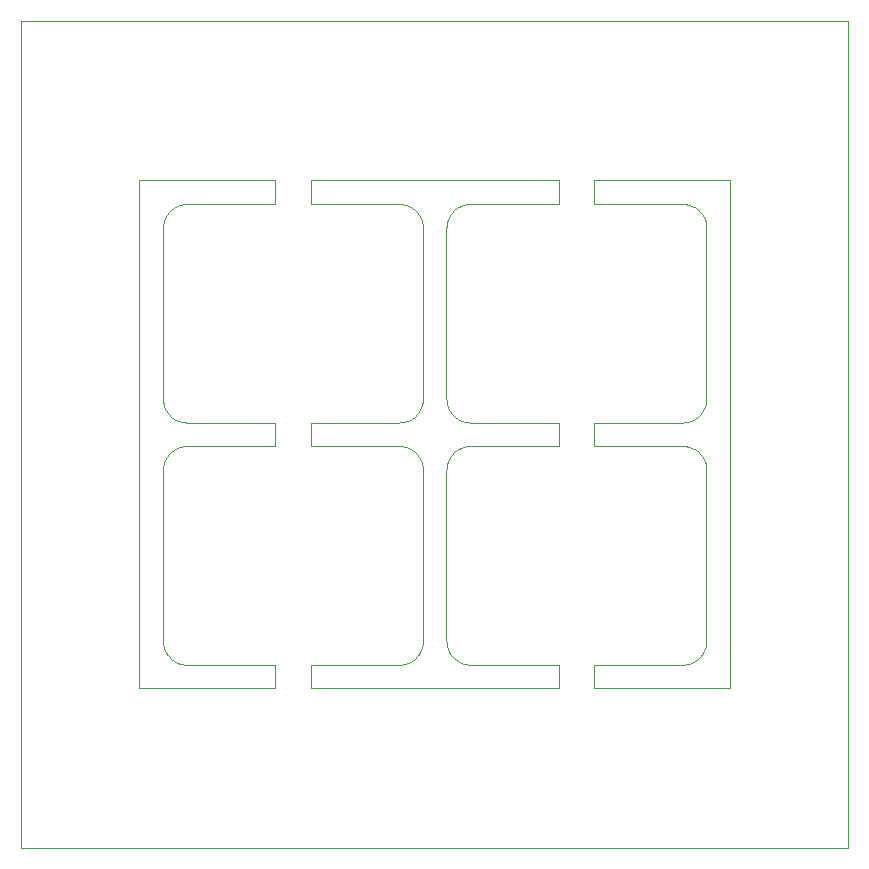
<source format=gbr>
%TF.GenerationSoftware,KiCad,Pcbnew,7.0.2-6a45011f42~172~ubuntu22.04.1*%
%TF.CreationDate,2023-05-08T22:23:16+01:00*%
%TF.ProjectId,panel,70616e65-6c2e-46b6-9963-61645f706362,rev?*%
%TF.SameCoordinates,Original*%
%TF.FileFunction,Profile,NP*%
%FSLAX46Y46*%
G04 Gerber Fmt 4.6, Leading zero omitted, Abs format (unit mm)*
G04 Created by KiCad (PCBNEW 7.0.2-6a45011f42~172~ubuntu22.04.1) date 2023-05-08 22:23:16*
%MOMM*%
%LPD*%
G01*
G04 APERTURE LIST*
%TA.AperFunction,Profile*%
%ADD10C,0.100000*%
%TD*%
G04 APERTURE END LIST*
D10*
X33989044Y-17290941D02*
X33975377Y-17187129D01*
X57175571Y-15881964D02*
X57089278Y-15822657D01*
X36251307Y-32970603D02*
X36302712Y-33057928D01*
X33486289Y-36661738D02*
X33414213Y-36585786D01*
X57931853Y-16982360D02*
X57902114Y-16881964D01*
X57837916Y-32788711D02*
X57875505Y-32694610D01*
X36172909Y-16686525D02*
X36132839Y-16783263D01*
X57867162Y-37283263D02*
X57827092Y-37186526D01*
X56415823Y-15543703D02*
X56312869Y-15524622D01*
X13092018Y-15717986D02*
X12999999Y-15767948D01*
X12381965Y-36824429D02*
X12322658Y-36910722D01*
X12002739Y-37895328D02*
X11999999Y-38000000D01*
X36302712Y-33057928D02*
X36358474Y-33142536D01*
X36040941Y-32402597D02*
X36063846Y-32501305D01*
X38000001Y-34000000D02*
X45500000Y-34000000D01*
X56907981Y-15717985D02*
X56813473Y-15672907D01*
X56000000Y-36000000D02*
X48500000Y-36000000D01*
X57142537Y-54141527D02*
X57224212Y-54081552D01*
X33089277Y-15822657D02*
X32999999Y-15767947D01*
X21499999Y-54500001D02*
X21499999Y-56500001D01*
X33581551Y-33224211D02*
X33641526Y-33142536D01*
X36204391Y-32880788D02*
X36251307Y-32970603D01*
X32999999Y-15767947D02*
X32907980Y-15717985D01*
X33449585Y-33377933D02*
X33517516Y-33302744D01*
X57956296Y-17084175D02*
X57931853Y-16982360D01*
X36775789Y-33581551D02*
X36857464Y-33641526D01*
X32999999Y-36267948D02*
X32907980Y-36217986D01*
X13790942Y-36010956D02*
X13687130Y-36024623D01*
X37186526Y-36172909D02*
X37092019Y-36217987D01*
X34000000Y-52500001D02*
X34000000Y-37999999D01*
X48500000Y-13499999D02*
X60000001Y-13499999D01*
X57976937Y-32302855D02*
X57989739Y-32202336D01*
X37305390Y-54375505D02*
X37401274Y-54408279D01*
X12124495Y-32694610D02*
X12162084Y-32788711D01*
X37482362Y-36068148D02*
X37381966Y-36097887D01*
X57641527Y-33142536D02*
X57697289Y-33057928D01*
X12857463Y-54141527D02*
X12942071Y-54197289D01*
X13999999Y-15499999D02*
X13895327Y-15502739D01*
X32813472Y-15672907D02*
X32716735Y-15632837D01*
X33976936Y-52802856D02*
X33989738Y-52702337D01*
X33175570Y-36381965D02*
X33089277Y-36322658D01*
X33931852Y-16982360D02*
X33902113Y-16881964D01*
X33936154Y-32501305D02*
X33959059Y-32402597D01*
X33641526Y-53642537D02*
X33697288Y-53557929D01*
X57976937Y-52802856D02*
X57989739Y-52702337D01*
X45500000Y-13499999D02*
X45500000Y-15499999D01*
X56813473Y-36172908D02*
X56716736Y-36132838D01*
X57997261Y-17395327D02*
X57989045Y-17290941D01*
X56598727Y-54408279D02*
X56694611Y-54375505D01*
X33554292Y-16241357D02*
X33486289Y-16161737D01*
X12322658Y-36910722D02*
X12267948Y-37000000D01*
X13029396Y-54248694D02*
X13119211Y-54295610D01*
X32104670Y-15502739D02*
X31999999Y-15499999D01*
X12000000Y-52500001D02*
X12002566Y-52601299D01*
X13597402Y-33959059D02*
X13697144Y-33976936D01*
X60000001Y-56500001D02*
X48500000Y-56500001D01*
X36091722Y-32598726D02*
X36124496Y-32694610D01*
X12857463Y-33641526D02*
X12942071Y-33697288D01*
X36172909Y-37186526D02*
X36132839Y-37283264D01*
X12513709Y-16161738D02*
X12445707Y-16241358D01*
X0Y0D02*
X0Y-70000000D01*
X57338262Y-36513709D02*
X57258641Y-36445707D01*
X57554293Y-16241357D02*
X57486290Y-16161737D01*
X37895328Y-15502739D02*
X37790943Y-15510955D01*
X37186526Y-15672908D02*
X37092019Y-15717986D01*
X36622067Y-53949586D02*
X36697256Y-54017517D01*
X12132838Y-37283264D02*
X12097886Y-37381966D01*
X32907980Y-36217986D02*
X32813472Y-36172908D01*
X36002740Y-37895328D02*
X36000000Y-38000000D01*
X33697288Y-33057928D02*
X33748693Y-32970603D01*
X56716736Y-36132838D02*
X56618034Y-36097886D01*
X33837915Y-53288712D02*
X33875504Y-53194611D01*
X21499999Y-13499999D02*
X21499999Y-15499999D01*
X36217987Y-37092019D02*
X36172909Y-37186526D01*
X33449585Y-53877934D02*
X33517516Y-53802745D01*
X57908279Y-32598726D02*
X57936155Y-32501305D01*
X38000001Y-54500001D02*
X45500000Y-54500001D01*
X37000000Y-36267949D02*
X36910722Y-36322659D01*
X57931853Y-37482361D02*
X57902114Y-37381965D01*
X48500000Y-56500001D02*
X48500000Y-54500001D01*
X13401273Y-54408279D02*
X13498694Y-54436155D01*
X32302855Y-33976936D02*
X32402597Y-33959059D01*
X12132838Y-16783263D02*
X12097886Y-16881965D01*
X33517516Y-53802745D02*
X33581551Y-53724212D01*
X12418448Y-33224211D02*
X12482483Y-33302744D01*
X33486289Y-16161737D02*
X33414213Y-16085785D01*
X57677342Y-16410720D02*
X57618035Y-16324428D01*
X12585785Y-16085785D02*
X12513709Y-16161738D01*
X37898702Y-33997433D02*
X38000001Y-34000000D01*
X33554292Y-36741358D02*
X33486289Y-36661738D01*
X13305389Y-54375505D02*
X13401273Y-54408279D01*
X33956295Y-17084175D02*
X33931852Y-16982360D01*
X70000000Y0D02*
X0Y0D01*
X57377934Y-33449585D02*
X57449586Y-33377933D01*
X36697256Y-54017517D02*
X36775789Y-54081552D01*
X32788711Y-33837915D02*
X32880788Y-33795609D01*
X45500000Y-54500001D02*
X45500000Y-56500001D01*
X58000001Y-17499998D02*
X57997261Y-17395327D01*
X32788711Y-54337916D02*
X32880788Y-54295610D01*
X36002567Y-32101298D02*
X36010262Y-32202336D01*
X57997434Y-32101298D02*
X58000001Y-32000000D01*
X12024622Y-17187130D02*
X12010955Y-17290942D01*
X13584175Y-15543703D02*
X13482361Y-15568147D01*
X13697144Y-54476937D02*
X13797663Y-54489739D01*
X31999999Y-36000000D02*
X24499999Y-36000000D01*
X33089277Y-36322658D02*
X32999999Y-36267948D01*
X33697288Y-53557929D02*
X33748693Y-53470604D01*
X12002566Y-32101298D02*
X12010261Y-32202336D01*
X12550414Y-53877934D02*
X12622066Y-53949586D01*
X12204390Y-32880788D02*
X12251306Y-32970603D01*
X32312868Y-36024623D02*
X32209056Y-36010956D01*
X57554293Y-36741358D02*
X57486290Y-36661738D01*
X33908278Y-32598726D02*
X33936154Y-32501305D01*
X48500000Y-54500001D02*
X56000001Y-54500001D01*
X9999999Y-56500001D02*
X9999999Y-13499999D01*
X33224211Y-33581551D02*
X33302744Y-33517516D01*
X36445708Y-36741359D02*
X36381966Y-36824429D01*
X37597403Y-54459060D02*
X37697145Y-54476937D01*
X57142537Y-33641526D02*
X57224212Y-33581551D01*
X70000000Y-70000000D02*
X70000000Y-70000000D01*
X57827092Y-37186526D02*
X57782014Y-37092018D01*
X33875504Y-32694610D02*
X33908278Y-32598726D01*
X12445707Y-36741359D02*
X12381965Y-36824429D01*
X36824429Y-36381966D02*
X36741359Y-36445708D01*
X13597402Y-54459060D02*
X13697144Y-54476937D01*
X13186525Y-15672908D02*
X13092018Y-15717986D01*
X36204391Y-53380789D02*
X36251307Y-53470604D01*
X12002739Y-17395327D02*
X11999999Y-17499999D01*
X32402597Y-54459060D02*
X32501305Y-54436155D01*
X33302744Y-33517516D02*
X33377933Y-33449585D01*
X12622066Y-33449585D02*
X12697255Y-33517516D01*
X36381966Y-16324428D02*
X36322659Y-16410721D01*
X37482362Y-15568147D02*
X37381966Y-15597886D01*
X24499999Y-34000000D02*
X32000000Y-34000000D01*
X56202337Y-33989738D02*
X56302856Y-33976936D01*
X12023063Y-52802856D02*
X12040940Y-52902598D01*
X36043704Y-37584176D02*
X36024623Y-37687131D01*
X11999999Y-38000000D02*
X12000000Y-52500001D01*
X33517516Y-33302744D02*
X33581551Y-33224211D01*
X36482484Y-33302744D02*
X36550415Y-33377933D01*
X57827092Y-16686525D02*
X57782014Y-16592017D01*
X56788712Y-54337916D02*
X56880789Y-54295610D01*
X48500000Y-34000000D02*
X56000001Y-34000000D01*
X33581551Y-53724212D02*
X33641526Y-53642537D01*
X56970604Y-54248694D02*
X57057929Y-54197289D01*
X56517638Y-15568147D02*
X56415823Y-15543703D01*
X32813472Y-36172908D02*
X32716735Y-36132838D01*
X57486290Y-36661738D02*
X57414214Y-36585786D01*
X33377933Y-33449585D02*
X33449585Y-33377933D01*
X12741358Y-36445708D02*
X12661738Y-36513710D01*
X36097887Y-37381966D02*
X36068148Y-37482362D01*
X32694610Y-54375505D02*
X32788711Y-54337916D01*
X32202336Y-54489739D02*
X32302855Y-54476937D01*
X13999999Y-36000000D02*
X13895327Y-36002740D01*
X37898702Y-54497434D02*
X38000001Y-54500001D01*
X12418448Y-53724212D02*
X12482483Y-53802745D01*
X33732051Y-36999999D02*
X33677341Y-36910721D01*
X37687131Y-15524622D02*
X37584176Y-15543703D01*
X24499999Y-54500001D02*
X24499999Y-54500001D01*
X56000001Y-54500001D02*
X56101299Y-54497434D01*
X36000001Y-32000000D02*
X36002567Y-32101298D01*
X56402598Y-33959059D02*
X56501306Y-33936154D01*
X36000001Y-52500001D02*
X36002567Y-52601299D01*
X13498694Y-54436155D02*
X13597402Y-54459060D01*
X12068147Y-37482362D02*
X12043703Y-37584176D01*
X12381965Y-16324428D02*
X12322658Y-16410721D01*
X32716735Y-36132838D02*
X32618033Y-36097886D01*
X57795610Y-32880788D02*
X57837916Y-32788711D01*
X57175571Y-36381965D02*
X57089278Y-36322658D01*
X36322659Y-16410721D02*
X36267949Y-16499999D01*
X13584175Y-36043704D02*
X13482361Y-36068148D01*
X36942072Y-54197289D02*
X37029397Y-54248694D01*
X57377934Y-53949586D02*
X57449586Y-53877934D01*
X12824428Y-15881965D02*
X12741358Y-15945707D01*
X36661739Y-16013709D02*
X36585786Y-16085785D01*
X57989045Y-17290941D02*
X57975378Y-17187129D01*
X57414214Y-16085785D02*
X57338262Y-16013708D01*
X32694610Y-33875504D02*
X32788711Y-33837915D01*
X37797664Y-54489739D02*
X37898702Y-54497434D01*
X34000000Y-37999999D02*
X33997260Y-37895328D01*
X37305390Y-33875504D02*
X37401274Y-33908278D01*
X37283264Y-36132839D02*
X37186526Y-36172909D01*
X58000001Y-32000000D02*
X58000001Y-17499998D01*
X32402597Y-33959059D02*
X32501305Y-33936154D01*
X57697289Y-53557929D02*
X57748694Y-53470604D01*
X36162085Y-32788711D02*
X36204391Y-32880788D01*
X13029396Y-33748693D02*
X13119211Y-33795609D01*
X56000001Y-34000000D02*
X56101299Y-33997433D01*
X58000001Y-52500001D02*
X58000001Y-37999999D01*
X57089278Y-36322658D02*
X57000000Y-36267948D01*
X33989044Y-37790942D02*
X33975377Y-37687130D01*
X57677342Y-36910721D02*
X57618035Y-36824429D01*
X36857464Y-33641526D02*
X36942072Y-33697288D01*
X37697145Y-54476937D02*
X37797664Y-54489739D01*
X57975378Y-17187129D02*
X57956296Y-17084175D01*
X12999999Y-36267949D02*
X12910721Y-36322659D01*
X12267948Y-16499999D02*
X12217986Y-16592018D01*
X12622066Y-53949586D02*
X12697255Y-54017517D01*
X13895327Y-15502739D02*
X13790942Y-15510955D01*
X12358473Y-33142536D02*
X12418448Y-33224211D01*
X57338262Y-16013708D02*
X57258641Y-15945706D01*
X57089278Y-15822657D02*
X57000000Y-15767947D01*
X12513709Y-36661739D02*
X12445707Y-36741359D01*
X36251307Y-53470604D02*
X36302712Y-53557929D01*
X14000000Y-34000000D02*
X21499999Y-34000000D01*
X12217986Y-37092019D02*
X12172908Y-37186526D01*
X36322659Y-36910722D02*
X36267949Y-37000000D01*
X56209057Y-36010956D02*
X56104671Y-36002740D01*
X57057929Y-54197289D02*
X57142537Y-54141527D01*
X57902114Y-16881964D02*
X57867162Y-16783262D01*
X33997260Y-17395327D02*
X33989044Y-17290941D01*
X36445708Y-16241358D02*
X36381966Y-16324428D01*
X36513710Y-16161738D02*
X36445708Y-16241358D01*
X12910721Y-15822658D02*
X12824428Y-15881965D01*
X37401274Y-54408279D02*
X37498695Y-54436155D01*
X56000000Y-15499999D02*
X48500000Y-15499999D01*
X12358473Y-53642537D02*
X12418448Y-53724212D01*
X36910722Y-15822658D02*
X36824429Y-15881965D01*
X36010262Y-32202336D02*
X36023064Y-32302855D01*
X57908279Y-53098727D02*
X57936155Y-53001306D01*
X21499999Y-34000000D02*
X21499999Y-35000000D01*
X33618034Y-16324428D02*
X33554292Y-16241357D01*
X57837916Y-53288712D02*
X57875505Y-53194611D01*
X33677341Y-16410720D02*
X33618034Y-16324428D01*
X13790942Y-15510955D02*
X13687130Y-15524622D01*
X32209056Y-15510955D02*
X32104670Y-15502739D01*
X56501306Y-54436155D02*
X56598727Y-54408279D01*
X13119211Y-54295610D02*
X13211288Y-54337916D01*
X12482483Y-53802745D02*
X12550414Y-53877934D01*
X36063846Y-53001306D02*
X36091722Y-53098727D01*
X33142536Y-33641526D02*
X33224211Y-33581551D01*
X36418449Y-33224211D02*
X36482484Y-33302744D01*
X33902113Y-37381965D02*
X33867161Y-37283263D01*
X56312869Y-15524622D02*
X56209057Y-15510955D01*
X37584176Y-36043704D02*
X37482362Y-36068148D01*
X12162084Y-53288712D02*
X12204390Y-53380789D01*
X12942071Y-33697288D02*
X13029396Y-33748693D01*
X37584176Y-15543703D02*
X37482362Y-15568147D01*
X37119212Y-54295610D02*
X37211289Y-54337916D01*
X37790943Y-15510955D02*
X37687131Y-15524622D01*
X36267949Y-37000000D02*
X36217987Y-37092019D01*
X48500000Y-15499999D02*
X48500000Y-13499999D01*
X33338261Y-36513709D02*
X33258640Y-36445707D01*
X57697289Y-33057928D02*
X57748694Y-32970603D01*
X57581552Y-53724212D02*
X57641527Y-53642537D01*
X36697256Y-33517516D02*
X36775789Y-33581551D01*
X11999999Y-17499999D02*
X12000000Y-32000000D01*
X37119212Y-33795609D02*
X37211289Y-33837915D01*
X36097887Y-16881965D02*
X36068148Y-16982361D01*
X12302711Y-53557929D02*
X12358473Y-53642537D01*
X56302856Y-33976936D02*
X56402598Y-33959059D01*
X12482483Y-33302744D02*
X12550414Y-33377933D01*
X56302856Y-54476937D02*
X56402598Y-54459060D01*
X36124496Y-53194611D02*
X36162085Y-53288712D01*
X56415823Y-36043704D02*
X56312869Y-36024623D01*
X32517637Y-36068148D02*
X32415822Y-36043704D01*
X33997433Y-32101298D02*
X34000000Y-32000000D01*
X33258640Y-15945706D02*
X33175570Y-15881964D01*
X45500000Y-15499999D02*
X38000000Y-15499999D01*
X33959059Y-52902598D02*
X33976936Y-52802856D01*
X45500000Y-56500001D02*
X24499999Y-56500001D01*
X21499999Y-36000000D02*
X13999999Y-36000000D01*
X33956295Y-37584176D02*
X33931852Y-37482361D01*
X32970603Y-54248694D02*
X33057928Y-54197289D01*
X56813473Y-15672907D02*
X56716736Y-15632837D01*
X56501306Y-33936154D02*
X56598727Y-33908278D01*
X13697144Y-33976936D02*
X13797663Y-33989738D01*
X36023064Y-52802856D02*
X36040941Y-52902598D01*
X12091721Y-53098727D02*
X12124495Y-53194611D01*
X33976936Y-32302855D02*
X33989738Y-32202336D01*
X32618033Y-15597885D02*
X32517637Y-15568147D01*
X24499999Y-15499999D02*
X24499999Y-13499999D01*
X12302711Y-33057928D02*
X12358473Y-33142536D01*
X57782014Y-16592017D02*
X57732052Y-16499998D01*
X24499999Y-56500001D02*
X24499999Y-54500001D01*
X12661738Y-36513710D02*
X12585785Y-36585786D01*
X12172908Y-37186526D02*
X12132838Y-37283264D01*
X12097886Y-16881965D02*
X12068147Y-16982361D01*
X57989739Y-32202336D02*
X57997434Y-32101298D01*
X32415822Y-15543703D02*
X32312868Y-15524622D01*
X36513710Y-36661739D02*
X36445708Y-36741359D01*
X12910721Y-36322659D02*
X12824428Y-36381966D01*
X13211288Y-54337916D02*
X13305389Y-54375505D01*
X57997434Y-52601299D02*
X58000001Y-52500001D01*
X32302855Y-54476937D02*
X32402597Y-54459060D01*
X33867161Y-16783262D02*
X33827091Y-16686525D01*
X33748693Y-53470604D02*
X33795609Y-53380789D01*
X70000000Y-70000000D02*
X70000000Y0D01*
X13482361Y-36068148D02*
X13381965Y-36097887D01*
X57000000Y-36267948D02*
X56907981Y-36217986D01*
X37029397Y-54248694D02*
X37119212Y-54295610D01*
X12251306Y-32970603D02*
X12302711Y-33057928D01*
X12697255Y-54017517D02*
X12775788Y-54081552D01*
X13898701Y-33997433D02*
X14000000Y-34000000D01*
X56880789Y-54295610D02*
X56970604Y-54248694D01*
X56970604Y-33748693D02*
X57057929Y-33697288D01*
X57956296Y-37584176D02*
X57931853Y-37482361D01*
X33997260Y-37895328D02*
X33989044Y-37790942D01*
X33377933Y-53949586D02*
X33449585Y-53877934D01*
X36661739Y-36513710D02*
X36585786Y-36585786D01*
X33936154Y-53001306D02*
X33959059Y-52902598D01*
X12010261Y-52702337D02*
X12023063Y-52802856D01*
X21499999Y-35000000D02*
X21499999Y-36000000D01*
X33795609Y-53380789D02*
X33837915Y-53288712D01*
X36824429Y-15881965D02*
X36741359Y-15945707D01*
X33677341Y-36910721D02*
X33618034Y-36824429D01*
X36302712Y-53557929D02*
X36358474Y-53642537D01*
X13381965Y-15597886D02*
X13283263Y-15632838D01*
X32312868Y-15524622D02*
X32209056Y-15510955D01*
X36010956Y-37790943D02*
X36002740Y-37895328D01*
X48500000Y-36000000D02*
X48500000Y-35000000D01*
X60000001Y-56500001D02*
X60000001Y-56500001D01*
X57486290Y-16161737D02*
X57414214Y-16085785D01*
X36358474Y-53642537D02*
X36418449Y-53724212D01*
X45500000Y-34000000D02*
X45500000Y-35000000D01*
X57732052Y-16499998D02*
X57677342Y-16410720D01*
X13999999Y-15499999D02*
X13999999Y-15499999D01*
X32101298Y-54497434D02*
X32202336Y-54489739D01*
X37697145Y-33976936D02*
X37797664Y-33989738D01*
X14000000Y-54500001D02*
X21499999Y-54500001D01*
X36124496Y-32694610D02*
X36162085Y-32788711D01*
X12010261Y-32202336D02*
X12023063Y-32302855D01*
X36482484Y-53802745D02*
X36550415Y-53877934D01*
X13119211Y-33795609D02*
X13211288Y-33837915D01*
X12040940Y-32402597D02*
X12063845Y-32501305D01*
X36585786Y-36585786D02*
X36513710Y-36661739D01*
X12445707Y-16241358D02*
X12381965Y-16324428D01*
X12010955Y-17290942D02*
X12002739Y-17395327D01*
X57997261Y-37895328D02*
X57989045Y-37790942D01*
X56618034Y-15597885D02*
X56517638Y-15568147D01*
X13898701Y-54497434D02*
X14000000Y-54500001D01*
X36585786Y-16085785D02*
X36513710Y-16161738D01*
X12217986Y-16592018D02*
X12172908Y-16686525D01*
X37498695Y-54436155D02*
X37597403Y-54459060D01*
X33414213Y-36585786D02*
X33338261Y-36513709D01*
X57258641Y-15945706D02*
X57175571Y-15881964D01*
X12023063Y-32302855D02*
X12040940Y-32402597D01*
X57782014Y-37092018D02*
X57732052Y-36999999D01*
X12550414Y-33377933D02*
X12622066Y-33449585D01*
X37790943Y-36010956D02*
X37687131Y-36024623D01*
X12162084Y-32788711D02*
X12204390Y-32880788D01*
X13482361Y-15568147D02*
X13381965Y-15597886D01*
X57057929Y-33697288D02*
X57142537Y-33641526D01*
X37211289Y-33837915D02*
X37305390Y-33875504D01*
X12697255Y-33517516D02*
X12775788Y-33581551D01*
X36217987Y-16592018D02*
X36172909Y-16686525D01*
X36010262Y-52702337D02*
X36023064Y-52802856D01*
X36023064Y-32302855D02*
X36040941Y-32402597D01*
X13283263Y-36132839D02*
X13186525Y-36172909D01*
X36000000Y-38000000D02*
X36000001Y-52500001D01*
X12068147Y-16982361D02*
X12043703Y-17084175D01*
X33175570Y-15881964D02*
X33089277Y-15822657D01*
X36000000Y-17499999D02*
X36000001Y-32000000D01*
X57414214Y-36585786D02*
X57338262Y-36513709D01*
X57975378Y-37687130D02*
X57956296Y-37584176D01*
X57449586Y-33377933D02*
X57517517Y-33302744D01*
X21499999Y-15499999D02*
X13999999Y-15499999D01*
X13797663Y-54489739D02*
X13898701Y-54497434D01*
X12172908Y-16686525D02*
X12132838Y-16783263D01*
X13305389Y-33875504D02*
X13401273Y-33908278D01*
X37597403Y-33959059D02*
X37697145Y-33976936D01*
X57959060Y-52902598D02*
X57976937Y-52802856D01*
X37381966Y-15597886D02*
X37283264Y-15632838D01*
X56104671Y-36002740D02*
X56000000Y-36000000D01*
X36741359Y-36445708D02*
X36661739Y-36513710D01*
X56517638Y-36068148D02*
X56415823Y-36043704D01*
X36267949Y-16499999D02*
X36217987Y-16592018D01*
X13211288Y-33837915D02*
X13305389Y-33875504D01*
X57449586Y-53877934D02*
X57517517Y-53802745D01*
X57936155Y-53001306D02*
X57959060Y-52902598D01*
X36068148Y-37482362D02*
X36043704Y-37584176D01*
X56202337Y-54489739D02*
X56302856Y-54476937D01*
X32970603Y-33748693D02*
X33057928Y-33697288D01*
X36857464Y-54141527D02*
X36942072Y-54197289D01*
X33975377Y-37687130D02*
X33956295Y-37584176D01*
X12251306Y-53470604D02*
X12302711Y-53557929D01*
X37797664Y-33989738D02*
X37898702Y-33997433D01*
X57936155Y-32501305D02*
X57959060Y-32402597D01*
X13498694Y-33936154D02*
X13597402Y-33959059D01*
X13797663Y-33989738D02*
X13898701Y-33997433D01*
X57748694Y-53470604D02*
X57795610Y-53380789D01*
X21499999Y-56500001D02*
X9999999Y-56500001D01*
X12024622Y-37687131D02*
X12010955Y-37790943D01*
X32209056Y-36010956D02*
X32104670Y-36002740D01*
X32618033Y-36097886D02*
X32517637Y-36068148D01*
X36040941Y-52902598D02*
X36063846Y-53001306D01*
X36010956Y-17290942D02*
X36002740Y-17395327D01*
X56880789Y-33795609D02*
X56970604Y-33748693D01*
X13092018Y-36217987D02*
X12999999Y-36267949D01*
X57224212Y-33581551D02*
X57302745Y-33517516D01*
X36775789Y-54081552D02*
X36857464Y-54141527D01*
X36068148Y-16982361D02*
X36043704Y-17084175D01*
X33057928Y-33697288D02*
X33142536Y-33641526D01*
X37092019Y-36217987D02*
X37000000Y-36267949D01*
X36418449Y-53724212D02*
X36482484Y-53802745D01*
X60000001Y-13499999D02*
X60000001Y-56500001D01*
X57258641Y-36445707D02*
X57175571Y-36381965D01*
X33258640Y-36445707D02*
X33175570Y-36381965D01*
X57517517Y-53802745D02*
X57581552Y-53724212D01*
X33057928Y-54197289D02*
X33142536Y-54141527D01*
X36043704Y-17084175D02*
X36024623Y-17187130D01*
X38000000Y-15499999D02*
X37895328Y-15502739D01*
X57000000Y-15767947D02*
X56907981Y-15717985D01*
X57618035Y-16324428D02*
X57554293Y-16241357D01*
X33997433Y-52601299D02*
X34000000Y-52500001D01*
X37381966Y-36097887D02*
X37283264Y-36132839D01*
X33989738Y-52702337D02*
X33997433Y-52601299D01*
X13381965Y-36097887D02*
X13283263Y-36132839D01*
X12824428Y-36381966D02*
X12741358Y-36445708D01*
X33902113Y-16881964D02*
X33867161Y-16783262D01*
X56907981Y-36217986D02*
X56813473Y-36172908D01*
X33827091Y-16686525D02*
X33782013Y-16592017D01*
X56101299Y-54497434D02*
X56202337Y-54489739D01*
X37029397Y-33748693D02*
X37119212Y-33795609D01*
X36024623Y-17187130D02*
X36010956Y-17290942D01*
X33931852Y-37482361D02*
X33902113Y-37381965D01*
X36622067Y-33449585D02*
X36697256Y-33517516D01*
X32880788Y-54295610D02*
X32970603Y-54248694D01*
X57618035Y-36824429D02*
X57554293Y-36741358D01*
X32880788Y-33795609D02*
X32970603Y-33748693D01*
X57989739Y-52702337D02*
X57997434Y-52601299D01*
X57224212Y-54081552D02*
X57302745Y-54017517D01*
X37211289Y-54337916D02*
X37305390Y-54375505D01*
X32716735Y-15632837D02*
X32618033Y-15597885D01*
X33224211Y-54081552D02*
X33302744Y-54017517D01*
X36550415Y-33377933D02*
X36622067Y-33449585D01*
X12000000Y-32000000D02*
X12002566Y-32101298D01*
X33908278Y-53098727D02*
X33936154Y-53001306D01*
X57581552Y-33224211D02*
X57641527Y-33142536D01*
X57732052Y-36999999D02*
X57677342Y-36910721D01*
X13687130Y-15524622D02*
X13584175Y-15543703D01*
X12091721Y-32598726D02*
X12124495Y-32694610D01*
X13895327Y-36002740D02*
X13790942Y-36010956D01*
X34000000Y-17499998D02*
X33997260Y-17395327D01*
X33837915Y-32788711D02*
X33875504Y-32694610D01*
X56209057Y-15510955D02*
X56104671Y-15502739D01*
X56104671Y-15502739D02*
X56000000Y-15499999D01*
X37000000Y-15767948D02*
X36910722Y-15822658D01*
X56716736Y-15632837D02*
X56618034Y-15597885D01*
X24499999Y-13499999D02*
X45500000Y-13499999D01*
X12002566Y-52601299D02*
X12010261Y-52702337D01*
X33414213Y-16085785D02*
X33338261Y-16013708D01*
X58000001Y-37999999D02*
X57997261Y-37895328D01*
X32000000Y-54500001D02*
X32101298Y-54497434D01*
X32104670Y-36002740D02*
X31999999Y-36000000D01*
X12204390Y-53380789D02*
X12251306Y-53470604D01*
X56788712Y-33837915D02*
X56880789Y-33795609D01*
X12661738Y-16013709D02*
X12585785Y-16085785D01*
X34000000Y-32000000D02*
X34000000Y-17499998D01*
X12063845Y-32501305D02*
X12091721Y-32598726D01*
X33795609Y-32880788D02*
X33837915Y-32788711D01*
X33748693Y-32970603D02*
X33795609Y-32880788D01*
X31999999Y-15499999D02*
X24499999Y-15499999D01*
X57875505Y-32694610D02*
X57908279Y-32598726D01*
X45500000Y-36000000D02*
X38000000Y-36000000D01*
X0Y-70000000D02*
X70000000Y-70000000D01*
X32000000Y-34000000D02*
X32101298Y-33997433D01*
X12097886Y-37381966D02*
X12068147Y-37482362D01*
X32598726Y-54408279D02*
X32694610Y-54375505D01*
X56694611Y-54375505D02*
X56788712Y-54337916D01*
X33732051Y-16499998D02*
X33677341Y-16410720D01*
X56694611Y-33875504D02*
X56788712Y-33837915D01*
X33302744Y-54017517D02*
X33377933Y-53949586D01*
X57959060Y-32402597D02*
X57976937Y-32302855D01*
X36741359Y-15945707D02*
X36661739Y-16013709D01*
X12775788Y-54081552D02*
X12857463Y-54141527D01*
X12040940Y-52902598D02*
X12063845Y-53001306D01*
X36002567Y-52601299D02*
X36010262Y-52702337D01*
X57641527Y-53642537D02*
X57697289Y-53557929D01*
X32907980Y-15717985D02*
X32813472Y-15672907D01*
X12063845Y-53001306D02*
X12091721Y-53098727D01*
X57302745Y-54017517D02*
X57377934Y-53949586D01*
X32501305Y-33936154D02*
X32598726Y-33908278D01*
X36381966Y-36824429D02*
X36322659Y-36910722D01*
X36132839Y-37283264D02*
X36097887Y-37381966D01*
X36162085Y-53288712D02*
X36204391Y-53380789D01*
X33782013Y-16592017D02*
X33732051Y-16499998D01*
X12322658Y-16410721D02*
X12267948Y-16499999D01*
X57302745Y-33517516D02*
X57377934Y-33449585D01*
X33338261Y-16013708D02*
X33258640Y-15945706D01*
X45500000Y-35000000D02*
X45500000Y-36000000D01*
X33782013Y-37092018D02*
X33732051Y-36999999D01*
X9999999Y-13499999D02*
X21499999Y-13499999D01*
X33875504Y-53194611D02*
X33908278Y-53098727D01*
X57795610Y-53380789D02*
X57837916Y-53288712D01*
X57517517Y-33302744D02*
X57581552Y-33224211D01*
X36358474Y-33142536D02*
X36418449Y-33224211D01*
X33618034Y-36824429D02*
X33554292Y-36741358D01*
X36132839Y-16783263D02*
X36097887Y-16881965D01*
X32202336Y-33989738D02*
X32302855Y-33976936D01*
X33959059Y-32402597D02*
X33976936Y-32302855D01*
X57748694Y-32970603D02*
X57795610Y-32880788D01*
X37401274Y-33908278D02*
X37498695Y-33936154D01*
X12124495Y-53194611D02*
X12162084Y-53288712D01*
X37498695Y-33936154D02*
X37597403Y-33959059D01*
X32101298Y-33997433D02*
X32202336Y-33989738D01*
X37895328Y-36002740D02*
X37790943Y-36010956D01*
X12999999Y-15767948D02*
X12910721Y-15822658D01*
X33641526Y-33142536D02*
X33697288Y-33057928D01*
X33989738Y-32202336D02*
X33997433Y-32101298D01*
X37687131Y-36024623D02*
X37584176Y-36043704D01*
X36024623Y-37687131D02*
X36010956Y-37790943D01*
X57989045Y-37790942D02*
X57975378Y-37687130D01*
X12775788Y-33581551D02*
X12857463Y-33641526D01*
X12043703Y-37584176D02*
X12024622Y-37687131D01*
X56598727Y-33908278D02*
X56694611Y-33875504D01*
X36002740Y-17395327D02*
X36000000Y-17499999D01*
X56402598Y-54459060D02*
X56501306Y-54436155D01*
X12585785Y-36585786D02*
X12513709Y-36661739D01*
X56618034Y-36097886D02*
X56517638Y-36068148D01*
X12010955Y-37790943D02*
X12002739Y-37895328D01*
X37283264Y-15632838D02*
X37186526Y-15672908D01*
X12043703Y-17084175D02*
X12024622Y-17187130D01*
X32415822Y-36043704D02*
X32312868Y-36024623D01*
X36910722Y-36322659D02*
X36824429Y-36381966D01*
X13401273Y-33908278D02*
X13498694Y-33936154D01*
X33867161Y-37283263D02*
X33827091Y-37186526D01*
X13186525Y-36172909D02*
X13092018Y-36217987D01*
X36942072Y-33697288D02*
X37029397Y-33748693D01*
X12942071Y-54197289D02*
X13029396Y-54248694D01*
X24499999Y-36000000D02*
X24499999Y-35000000D01*
X57902114Y-37381965D02*
X57867162Y-37283263D01*
X24499999Y-35000000D02*
X24499999Y-34000000D01*
X32501305Y-54436155D02*
X32598726Y-54408279D01*
X36091722Y-53098727D02*
X36124496Y-53194611D01*
X32598726Y-33908278D02*
X32694610Y-33875504D01*
X13283263Y-15632838D02*
X13186525Y-15672908D01*
X24499999Y-54500001D02*
X32000000Y-54500001D01*
X33827091Y-37186526D02*
X33782013Y-37092018D01*
X48500000Y-35000000D02*
X48500000Y-34000000D01*
X36550415Y-53877934D02*
X36622067Y-53949586D01*
X56101299Y-33997433D02*
X56202337Y-33989738D01*
X57875505Y-53194611D02*
X57908279Y-53098727D01*
X57867162Y-16783262D02*
X57827092Y-16686525D01*
X13687130Y-36024623D02*
X13584175Y-36043704D01*
X32517637Y-15568147D02*
X32415822Y-15543703D01*
X37092019Y-15717986D02*
X37000000Y-15767948D01*
X36063846Y-32501305D02*
X36091722Y-32598726D01*
X33142536Y-54141527D02*
X33224211Y-54081552D01*
X12267948Y-37000000D02*
X12217986Y-37092019D01*
X33975377Y-17187129D02*
X33956295Y-17084175D01*
X56312869Y-36024623D02*
X56209057Y-36010956D01*
X12741358Y-15945707D02*
X12661738Y-16013709D01*
X38000000Y-36000000D02*
X37895328Y-36002740D01*
M02*

</source>
